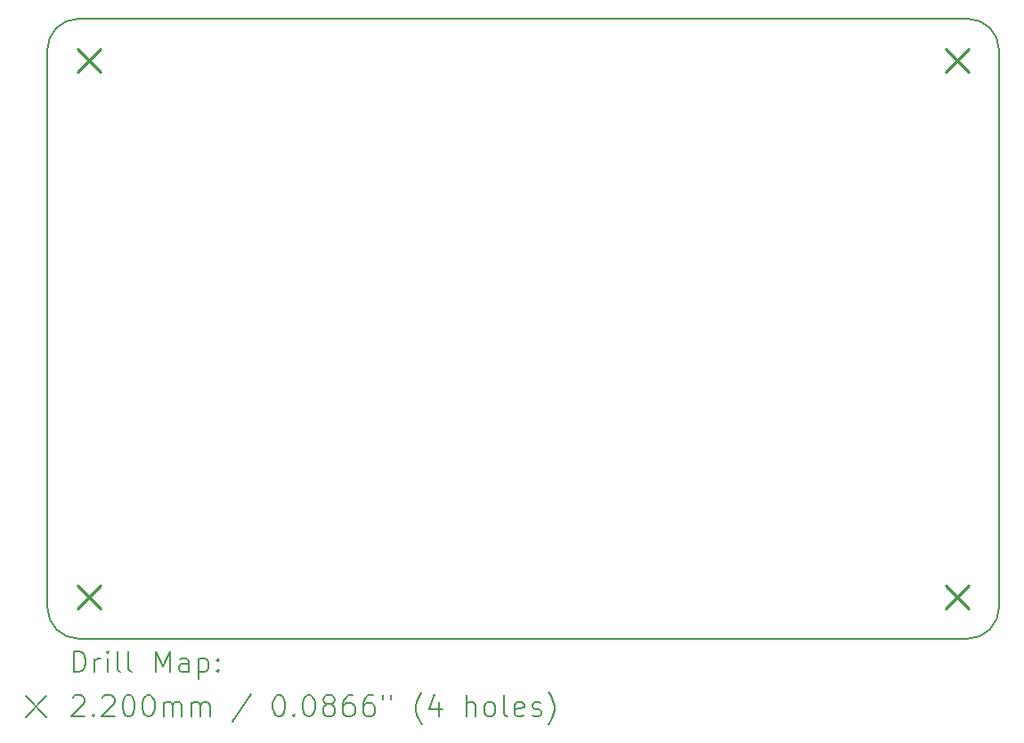
<source format=gbr>
%TF.GenerationSoftware,KiCad,Pcbnew,(6.0.7-1)-1*%
%TF.CreationDate,2022-08-16T19:56:18+02:00*%
%TF.ProjectId,wrist-support,77726973-742d-4737-9570-706f72742e6b,rev?*%
%TF.SameCoordinates,Original*%
%TF.FileFunction,Drillmap*%
%TF.FilePolarity,Positive*%
%FSLAX45Y45*%
G04 Gerber Fmt 4.5, Leading zero omitted, Abs format (unit mm)*
G04 Created by KiCad (PCBNEW (6.0.7-1)-1) date 2022-08-16 19:56:18*
%MOMM*%
%LPD*%
G01*
G04 APERTURE LIST*
%ADD10C,0.150000*%
%ADD11C,0.200000*%
%ADD12C,0.220000*%
G04 APERTURE END LIST*
D10*
X9050000Y-300000D02*
G75*
G03*
X8750000Y0I-300000J0D01*
G01*
X300000Y-5900000D02*
X8750000Y-5900000D01*
X8750000Y-5900000D02*
G75*
G03*
X9050000Y-5600000I0J300000D01*
G01*
X300000Y0D02*
G75*
G03*
X0Y-300000I0J-300000D01*
G01*
X0Y-300000D02*
X0Y-5600000D01*
X0Y-5600000D02*
G75*
G03*
X300000Y-5900000I300000J0D01*
G01*
X9050000Y-5600000D02*
X9050000Y-300000D01*
X300000Y0D02*
X8750000Y0D01*
D11*
D12*
X290000Y-290000D02*
X510000Y-510000D01*
X510000Y-290000D02*
X290000Y-510000D01*
X290000Y-5390000D02*
X510000Y-5610000D01*
X510000Y-5390000D02*
X290000Y-5610000D01*
X8540000Y-290000D02*
X8760000Y-510000D01*
X8760000Y-290000D02*
X8540000Y-510000D01*
X8540000Y-5390000D02*
X8760000Y-5610000D01*
X8760000Y-5390000D02*
X8540000Y-5610000D01*
D11*
X250119Y-6217976D02*
X250119Y-6017976D01*
X297738Y-6017976D01*
X326310Y-6027500D01*
X345357Y-6046548D01*
X354881Y-6065595D01*
X364405Y-6103690D01*
X364405Y-6132262D01*
X354881Y-6170357D01*
X345357Y-6189405D01*
X326310Y-6208452D01*
X297738Y-6217976D01*
X250119Y-6217976D01*
X450119Y-6217976D02*
X450119Y-6084643D01*
X450119Y-6122738D02*
X459643Y-6103690D01*
X469167Y-6094167D01*
X488214Y-6084643D01*
X507262Y-6084643D01*
X573929Y-6217976D02*
X573929Y-6084643D01*
X573929Y-6017976D02*
X564405Y-6027500D01*
X573929Y-6037024D01*
X583452Y-6027500D01*
X573929Y-6017976D01*
X573929Y-6037024D01*
X697738Y-6217976D02*
X678690Y-6208452D01*
X669167Y-6189405D01*
X669167Y-6017976D01*
X802500Y-6217976D02*
X783452Y-6208452D01*
X773928Y-6189405D01*
X773928Y-6017976D01*
X1031071Y-6217976D02*
X1031071Y-6017976D01*
X1097738Y-6160833D01*
X1164405Y-6017976D01*
X1164405Y-6217976D01*
X1345357Y-6217976D02*
X1345357Y-6113214D01*
X1335833Y-6094167D01*
X1316786Y-6084643D01*
X1278690Y-6084643D01*
X1259643Y-6094167D01*
X1345357Y-6208452D02*
X1326310Y-6217976D01*
X1278690Y-6217976D01*
X1259643Y-6208452D01*
X1250119Y-6189405D01*
X1250119Y-6170357D01*
X1259643Y-6151309D01*
X1278690Y-6141786D01*
X1326310Y-6141786D01*
X1345357Y-6132262D01*
X1440595Y-6084643D02*
X1440595Y-6284643D01*
X1440595Y-6094167D02*
X1459643Y-6084643D01*
X1497738Y-6084643D01*
X1516786Y-6094167D01*
X1526309Y-6103690D01*
X1535833Y-6122738D01*
X1535833Y-6179881D01*
X1526309Y-6198928D01*
X1516786Y-6208452D01*
X1497738Y-6217976D01*
X1459643Y-6217976D01*
X1440595Y-6208452D01*
X1621548Y-6198928D02*
X1631071Y-6208452D01*
X1621548Y-6217976D01*
X1612024Y-6208452D01*
X1621548Y-6198928D01*
X1621548Y-6217976D01*
X1621548Y-6094167D02*
X1631071Y-6103690D01*
X1621548Y-6113214D01*
X1612024Y-6103690D01*
X1621548Y-6094167D01*
X1621548Y-6113214D01*
X-207500Y-6447500D02*
X-7500Y-6647500D01*
X-7500Y-6447500D02*
X-207500Y-6647500D01*
X240595Y-6457024D02*
X250119Y-6447500D01*
X269167Y-6437976D01*
X316786Y-6437976D01*
X335833Y-6447500D01*
X345357Y-6457024D01*
X354881Y-6476071D01*
X354881Y-6495119D01*
X345357Y-6523690D01*
X231071Y-6637976D01*
X354881Y-6637976D01*
X440595Y-6618928D02*
X450119Y-6628452D01*
X440595Y-6637976D01*
X431071Y-6628452D01*
X440595Y-6618928D01*
X440595Y-6637976D01*
X526310Y-6457024D02*
X535833Y-6447500D01*
X554881Y-6437976D01*
X602500Y-6437976D01*
X621548Y-6447500D01*
X631071Y-6457024D01*
X640595Y-6476071D01*
X640595Y-6495119D01*
X631071Y-6523690D01*
X516786Y-6637976D01*
X640595Y-6637976D01*
X764405Y-6437976D02*
X783452Y-6437976D01*
X802500Y-6447500D01*
X812024Y-6457024D01*
X821548Y-6476071D01*
X831071Y-6514167D01*
X831071Y-6561786D01*
X821548Y-6599881D01*
X812024Y-6618928D01*
X802500Y-6628452D01*
X783452Y-6637976D01*
X764405Y-6637976D01*
X745357Y-6628452D01*
X735833Y-6618928D01*
X726309Y-6599881D01*
X716786Y-6561786D01*
X716786Y-6514167D01*
X726309Y-6476071D01*
X735833Y-6457024D01*
X745357Y-6447500D01*
X764405Y-6437976D01*
X954881Y-6437976D02*
X973928Y-6437976D01*
X992976Y-6447500D01*
X1002500Y-6457024D01*
X1012024Y-6476071D01*
X1021548Y-6514167D01*
X1021548Y-6561786D01*
X1012024Y-6599881D01*
X1002500Y-6618928D01*
X992976Y-6628452D01*
X973928Y-6637976D01*
X954881Y-6637976D01*
X935833Y-6628452D01*
X926309Y-6618928D01*
X916786Y-6599881D01*
X907262Y-6561786D01*
X907262Y-6514167D01*
X916786Y-6476071D01*
X926309Y-6457024D01*
X935833Y-6447500D01*
X954881Y-6437976D01*
X1107262Y-6637976D02*
X1107262Y-6504643D01*
X1107262Y-6523690D02*
X1116786Y-6514167D01*
X1135833Y-6504643D01*
X1164405Y-6504643D01*
X1183452Y-6514167D01*
X1192976Y-6533214D01*
X1192976Y-6637976D01*
X1192976Y-6533214D02*
X1202500Y-6514167D01*
X1221548Y-6504643D01*
X1250119Y-6504643D01*
X1269167Y-6514167D01*
X1278690Y-6533214D01*
X1278690Y-6637976D01*
X1373929Y-6637976D02*
X1373929Y-6504643D01*
X1373929Y-6523690D02*
X1383452Y-6514167D01*
X1402500Y-6504643D01*
X1431071Y-6504643D01*
X1450119Y-6514167D01*
X1459643Y-6533214D01*
X1459643Y-6637976D01*
X1459643Y-6533214D02*
X1469167Y-6514167D01*
X1488214Y-6504643D01*
X1516786Y-6504643D01*
X1535833Y-6514167D01*
X1545357Y-6533214D01*
X1545357Y-6637976D01*
X1935833Y-6428452D02*
X1764405Y-6685595D01*
X2192976Y-6437976D02*
X2212024Y-6437976D01*
X2231071Y-6447500D01*
X2240595Y-6457024D01*
X2250119Y-6476071D01*
X2259643Y-6514167D01*
X2259643Y-6561786D01*
X2250119Y-6599881D01*
X2240595Y-6618928D01*
X2231071Y-6628452D01*
X2212024Y-6637976D01*
X2192976Y-6637976D01*
X2173929Y-6628452D01*
X2164405Y-6618928D01*
X2154881Y-6599881D01*
X2145357Y-6561786D01*
X2145357Y-6514167D01*
X2154881Y-6476071D01*
X2164405Y-6457024D01*
X2173929Y-6447500D01*
X2192976Y-6437976D01*
X2345357Y-6618928D02*
X2354881Y-6628452D01*
X2345357Y-6637976D01*
X2335833Y-6628452D01*
X2345357Y-6618928D01*
X2345357Y-6637976D01*
X2478690Y-6437976D02*
X2497738Y-6437976D01*
X2516786Y-6447500D01*
X2526310Y-6457024D01*
X2535833Y-6476071D01*
X2545357Y-6514167D01*
X2545357Y-6561786D01*
X2535833Y-6599881D01*
X2526310Y-6618928D01*
X2516786Y-6628452D01*
X2497738Y-6637976D01*
X2478690Y-6637976D01*
X2459643Y-6628452D01*
X2450119Y-6618928D01*
X2440595Y-6599881D01*
X2431071Y-6561786D01*
X2431071Y-6514167D01*
X2440595Y-6476071D01*
X2450119Y-6457024D01*
X2459643Y-6447500D01*
X2478690Y-6437976D01*
X2659643Y-6523690D02*
X2640595Y-6514167D01*
X2631071Y-6504643D01*
X2621548Y-6485595D01*
X2621548Y-6476071D01*
X2631071Y-6457024D01*
X2640595Y-6447500D01*
X2659643Y-6437976D01*
X2697738Y-6437976D01*
X2716786Y-6447500D01*
X2726310Y-6457024D01*
X2735833Y-6476071D01*
X2735833Y-6485595D01*
X2726310Y-6504643D01*
X2716786Y-6514167D01*
X2697738Y-6523690D01*
X2659643Y-6523690D01*
X2640595Y-6533214D01*
X2631071Y-6542738D01*
X2621548Y-6561786D01*
X2621548Y-6599881D01*
X2631071Y-6618928D01*
X2640595Y-6628452D01*
X2659643Y-6637976D01*
X2697738Y-6637976D01*
X2716786Y-6628452D01*
X2726310Y-6618928D01*
X2735833Y-6599881D01*
X2735833Y-6561786D01*
X2726310Y-6542738D01*
X2716786Y-6533214D01*
X2697738Y-6523690D01*
X2907262Y-6437976D02*
X2869167Y-6437976D01*
X2850119Y-6447500D01*
X2840595Y-6457024D01*
X2821548Y-6485595D01*
X2812024Y-6523690D01*
X2812024Y-6599881D01*
X2821548Y-6618928D01*
X2831071Y-6628452D01*
X2850119Y-6637976D01*
X2888214Y-6637976D01*
X2907262Y-6628452D01*
X2916786Y-6618928D01*
X2926309Y-6599881D01*
X2926309Y-6552262D01*
X2916786Y-6533214D01*
X2907262Y-6523690D01*
X2888214Y-6514167D01*
X2850119Y-6514167D01*
X2831071Y-6523690D01*
X2821548Y-6533214D01*
X2812024Y-6552262D01*
X3097738Y-6437976D02*
X3059643Y-6437976D01*
X3040595Y-6447500D01*
X3031071Y-6457024D01*
X3012024Y-6485595D01*
X3002500Y-6523690D01*
X3002500Y-6599881D01*
X3012024Y-6618928D01*
X3021548Y-6628452D01*
X3040595Y-6637976D01*
X3078690Y-6637976D01*
X3097738Y-6628452D01*
X3107262Y-6618928D01*
X3116786Y-6599881D01*
X3116786Y-6552262D01*
X3107262Y-6533214D01*
X3097738Y-6523690D01*
X3078690Y-6514167D01*
X3040595Y-6514167D01*
X3021548Y-6523690D01*
X3012024Y-6533214D01*
X3002500Y-6552262D01*
X3192976Y-6437976D02*
X3192976Y-6476071D01*
X3269167Y-6437976D02*
X3269167Y-6476071D01*
X3564405Y-6714167D02*
X3554881Y-6704643D01*
X3535833Y-6676071D01*
X3526309Y-6657024D01*
X3516786Y-6628452D01*
X3507262Y-6580833D01*
X3507262Y-6542738D01*
X3516786Y-6495119D01*
X3526309Y-6466548D01*
X3535833Y-6447500D01*
X3554881Y-6418928D01*
X3564405Y-6409405D01*
X3726309Y-6504643D02*
X3726309Y-6637976D01*
X3678690Y-6428452D02*
X3631071Y-6571309D01*
X3754881Y-6571309D01*
X3983452Y-6637976D02*
X3983452Y-6437976D01*
X4069167Y-6637976D02*
X4069167Y-6533214D01*
X4059643Y-6514167D01*
X4040595Y-6504643D01*
X4012024Y-6504643D01*
X3992976Y-6514167D01*
X3983452Y-6523690D01*
X4192976Y-6637976D02*
X4173928Y-6628452D01*
X4164405Y-6618928D01*
X4154881Y-6599881D01*
X4154881Y-6542738D01*
X4164405Y-6523690D01*
X4173928Y-6514167D01*
X4192976Y-6504643D01*
X4221548Y-6504643D01*
X4240595Y-6514167D01*
X4250119Y-6523690D01*
X4259643Y-6542738D01*
X4259643Y-6599881D01*
X4250119Y-6618928D01*
X4240595Y-6628452D01*
X4221548Y-6637976D01*
X4192976Y-6637976D01*
X4373929Y-6637976D02*
X4354881Y-6628452D01*
X4345357Y-6609405D01*
X4345357Y-6437976D01*
X4526310Y-6628452D02*
X4507262Y-6637976D01*
X4469167Y-6637976D01*
X4450119Y-6628452D01*
X4440595Y-6609405D01*
X4440595Y-6533214D01*
X4450119Y-6514167D01*
X4469167Y-6504643D01*
X4507262Y-6504643D01*
X4526310Y-6514167D01*
X4535833Y-6533214D01*
X4535833Y-6552262D01*
X4440595Y-6571309D01*
X4612024Y-6628452D02*
X4631071Y-6637976D01*
X4669167Y-6637976D01*
X4688214Y-6628452D01*
X4697738Y-6609405D01*
X4697738Y-6599881D01*
X4688214Y-6580833D01*
X4669167Y-6571309D01*
X4640595Y-6571309D01*
X4621548Y-6561786D01*
X4612024Y-6542738D01*
X4612024Y-6533214D01*
X4621548Y-6514167D01*
X4640595Y-6504643D01*
X4669167Y-6504643D01*
X4688214Y-6514167D01*
X4764405Y-6714167D02*
X4773929Y-6704643D01*
X4792976Y-6676071D01*
X4802500Y-6657024D01*
X4812024Y-6628452D01*
X4821548Y-6580833D01*
X4821548Y-6542738D01*
X4812024Y-6495119D01*
X4802500Y-6466548D01*
X4792976Y-6447500D01*
X4773929Y-6418928D01*
X4764405Y-6409405D01*
M02*

</source>
